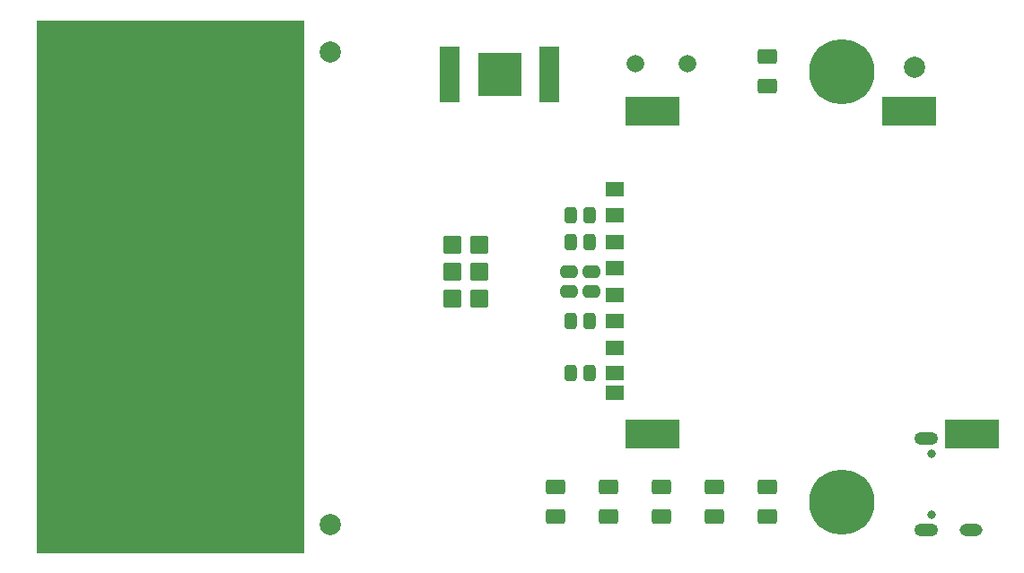
<source format=gbr>
%TF.GenerationSoftware,KiCad,Pcbnew,7.0.8-7.0.8~ubuntu23.04.1*%
%TF.CreationDate,2023-11-13T23:55:18+00:00*%
%TF.ProjectId,USTSIPIN02,55535453-4950-4494-9e30-322e6b696361,02A*%
%TF.SameCoordinates,Original*%
%TF.FileFunction,Soldermask,Top*%
%TF.FilePolarity,Negative*%
%FSLAX46Y46*%
G04 Gerber Fmt 4.6, Leading zero omitted, Abs format (unit mm)*
G04 Created by KiCad (PCBNEW 7.0.8-7.0.8~ubuntu23.04.1) date 2023-11-13 23:55:18*
%MOMM*%
%LPD*%
G01*
G04 APERTURE LIST*
G04 Aperture macros list*
%AMRoundRect*
0 Rectangle with rounded corners*
0 $1 Rounding radius*
0 $2 $3 $4 $5 $6 $7 $8 $9 X,Y pos of 4 corners*
0 Add a 4 corners polygon primitive as box body*
4,1,4,$2,$3,$4,$5,$6,$7,$8,$9,$2,$3,0*
0 Add four circle primitives for the rounded corners*
1,1,$1+$1,$2,$3*
1,1,$1+$1,$4,$5*
1,1,$1+$1,$6,$7*
1,1,$1+$1,$8,$9*
0 Add four rect primitives between the rounded corners*
20,1,$1+$1,$2,$3,$4,$5,0*
20,1,$1+$1,$4,$5,$6,$7,0*
20,1,$1+$1,$6,$7,$8,$9,0*
20,1,$1+$1,$8,$9,$2,$3,0*%
G04 Aperture macros list end*
%ADD10C,6.160000*%
%ADD11C,1.684000*%
%ADD12RoundRect,0.080000X0.762000X0.762000X-0.762000X0.762000X-0.762000X-0.762000X0.762000X-0.762000X0*%
%ADD13C,1.660000*%
%ADD14RoundRect,0.330000X-0.262500X-0.450000X0.262500X-0.450000X0.262500X0.450000X-0.262500X0.450000X0*%
%ADD15RoundRect,0.330000X-0.625000X0.375000X-0.625000X-0.375000X0.625000X-0.375000X0.625000X0.375000X0*%
%ADD16RoundRect,0.330000X0.475000X-0.250000X0.475000X0.250000X-0.475000X0.250000X-0.475000X-0.250000X0*%
%ADD17C,2.000000*%
%ADD18RoundRect,0.080000X-0.890000X-2.540000X0.890000X-2.540000X0.890000X2.540000X-0.890000X2.540000X0*%
%ADD19RoundRect,0.080000X-1.980000X-1.980000X1.980000X-1.980000X1.980000X1.980000X-1.980000X1.980000X0*%
%ADD20RoundRect,0.080000X0.800000X0.600000X-0.800000X0.600000X-0.800000X-0.600000X0.800000X-0.600000X0*%
%ADD21RoundRect,0.080000X0.800000X-0.600000X0.800000X0.600000X-0.800000X0.600000X-0.800000X-0.600000X0*%
%ADD22RoundRect,0.080000X2.500000X1.250000X-2.500000X1.250000X-2.500000X-1.250000X2.500000X-1.250000X0*%
%ADD23C,0.810000*%
%ADD24O,2.160000X1.160000*%
%ADD25O,2.260000X1.210000*%
G04 APERTURE END LIST*
D10*
%TO.C,M2*%
X174972341Y-78676927D03*
%TD*%
%TO.C,M3*%
X103852341Y-78676927D03*
%TD*%
%TO.C,M4*%
X103852341Y-119316927D03*
%TD*%
D11*
%TO.C,D2*%
X114132341Y-87996927D03*
X109132341Y-87996927D03*
%TD*%
D12*
%TO.C,J22*%
X140783941Y-100165327D03*
X138243941Y-100165327D03*
X140783941Y-97625327D03*
X138243941Y-97625327D03*
X140783941Y-95085327D03*
X138243941Y-95085327D03*
%TD*%
D10*
%TO.C,M1*%
X174972341Y-119316927D03*
%TD*%
D13*
%TO.C,Y1*%
X155580541Y-77965727D03*
X160460541Y-77965727D03*
%TD*%
D14*
%TO.C,R17*%
X149421841Y-92240527D03*
X151246841Y-92240527D03*
%TD*%
%TO.C,R25*%
X149421841Y-107175727D03*
X151246841Y-107175727D03*
%TD*%
D15*
%TO.C,D9*%
X153026341Y-117916927D03*
X153026341Y-120716927D03*
%TD*%
D14*
%TO.C,R24*%
X149421841Y-102248127D03*
X151246841Y-102248127D03*
%TD*%
D15*
%TO.C,D7*%
X148026341Y-117916927D03*
X148026341Y-120716927D03*
%TD*%
D16*
%TO.C,C25*%
X151401141Y-99489727D03*
X151401141Y-97589727D03*
%TD*%
D17*
%TO.C,FID2*%
X181830341Y-78270527D03*
%TD*%
D15*
%TO.C,D4*%
X163026341Y-117916927D03*
X163026341Y-120716927D03*
%TD*%
D16*
%TO.C,C22*%
X149267541Y-99489727D03*
X149267541Y-97589727D03*
%TD*%
D15*
%TO.C,D3*%
X168026341Y-117916927D03*
X168026341Y-120716927D03*
%TD*%
D17*
%TO.C,FID6*%
X126763141Y-76848127D03*
%TD*%
D15*
%TO.C,D10*%
X168026341Y-77276927D03*
X168026341Y-80076927D03*
%TD*%
D14*
%TO.C,R18*%
X149421841Y-94831327D03*
X151246841Y-94831327D03*
%TD*%
D18*
%TO.C,BT1*%
X138014341Y-78930927D03*
X147414341Y-78930927D03*
D19*
X142714341Y-78930927D03*
%TD*%
D20*
%TO.C,J2*%
X153622341Y-92256927D03*
X153622341Y-94756927D03*
X153622341Y-97256927D03*
X153622341Y-99756927D03*
X153622341Y-102256927D03*
X153622341Y-104756927D03*
X153622341Y-107186927D03*
X153622341Y-108986927D03*
D21*
X153622341Y-89756927D03*
D22*
X157122341Y-82421927D03*
X157122341Y-112871927D03*
X181322341Y-82421927D03*
X187322341Y-112871927D03*
%TD*%
D15*
%TO.C,D8*%
X158026341Y-117916927D03*
X158026341Y-120716927D03*
%TD*%
D17*
%TO.C,FID1*%
X126712341Y-121501327D03*
%TD*%
D23*
%TO.C,J4*%
X183484341Y-114764427D03*
X183484341Y-120544427D03*
D24*
X187164341Y-113334427D03*
X187164341Y-121974427D03*
D25*
X182984341Y-113334427D03*
X182984341Y-121974427D03*
%TD*%
G36*
X124259443Y-73865425D02*
G01*
X124273941Y-73900427D01*
X124273941Y-124093427D01*
X124259443Y-124128429D01*
X124224441Y-124142927D01*
X99075841Y-124142927D01*
X99040839Y-124128429D01*
X99026341Y-124093427D01*
X99026341Y-73900427D01*
X99040839Y-73865425D01*
X99075841Y-73850927D01*
X124224441Y-73850927D01*
X124259443Y-73865425D01*
G37*
M02*

</source>
